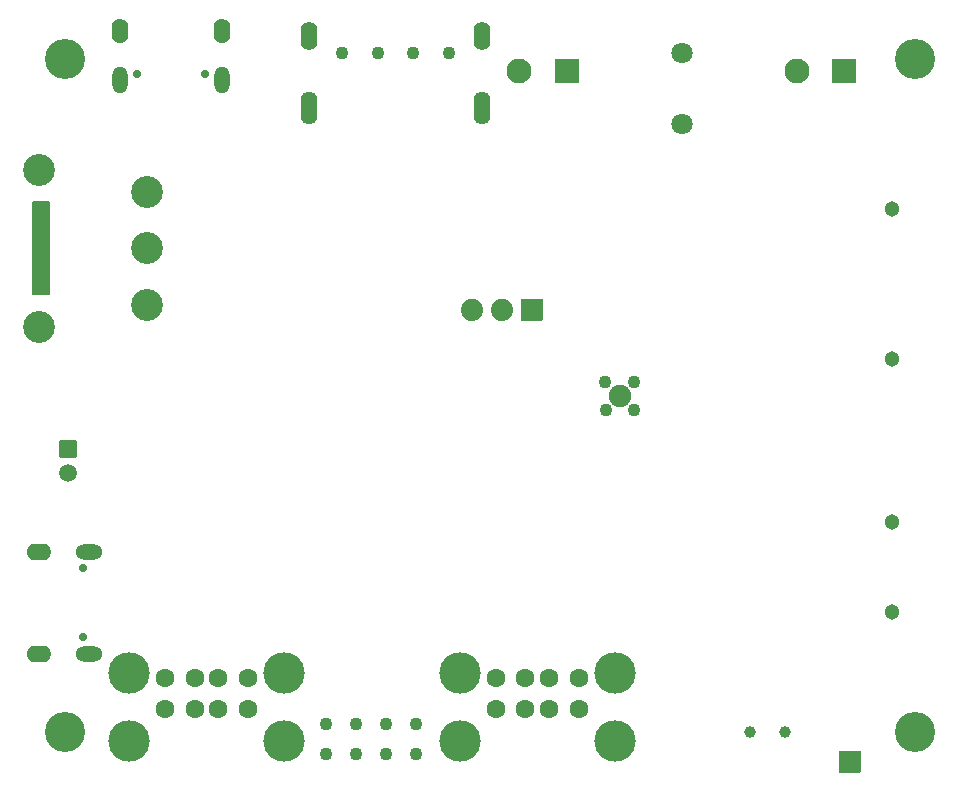
<source format=gbr>
%TF.GenerationSoftware,KiCad,Pcbnew,7.0.9-7.0.9~ubuntu22.04.1*%
%TF.CreationDate,2024-07-19T15:24:13+03:00*%
%TF.ProjectId,RP2040pc_Rev_B,52503230-3430-4706-935f-5265765f422e,B*%
%TF.SameCoordinates,PX68e7780PY7735940*%
%TF.FileFunction,Soldermask,Bot*%
%TF.FilePolarity,Negative*%
%FSLAX46Y46*%
G04 Gerber Fmt 4.6, Leading zero omitted, Abs format (unit mm)*
G04 Created by KiCad (PCBNEW 7.0.9-7.0.9~ubuntu22.04.1) date 2024-07-19 15:24:13*
%MOMM*%
%LPD*%
G01*
G04 APERTURE LIST*
G04 Aperture macros list*
%AMRoundRect*
0 Rectangle with rounded corners*
0 $1 Rounding radius*
0 $2 $3 $4 $5 $6 $7 $8 $9 X,Y pos of 4 corners*
0 Add a 4 corners polygon primitive as box body*
4,1,4,$2,$3,$4,$5,$6,$7,$8,$9,$2,$3,0*
0 Add four circle primitives for the rounded corners*
1,1,$1+$1,$2,$3*
1,1,$1+$1,$4,$5*
1,1,$1+$1,$6,$7*
1,1,$1+$1,$8,$9*
0 Add four rect primitives between the rounded corners*
20,1,$1+$1,$2,$3,$4,$5,0*
20,1,$1+$1,$4,$5,$6,$7,0*
20,1,$1+$1,$6,$7,$8,$9,0*
20,1,$1+$1,$8,$9,$2,$3,0*%
G04 Aperture macros list end*
%ADD10C,3.401601*%
%ADD11C,1.801600*%
%ADD12C,1.101600*%
%ADD13C,1.901600*%
%ADD14RoundRect,0.050800X0.889000X0.889000X-0.889000X0.889000X-0.889000X-0.889000X0.889000X-0.889000X0*%
%ADD15C,1.879600*%
%ADD16O,1.401600X2.401600*%
%ADD17O,1.401600X2.801600*%
%ADD18RoundRect,0.050800X1.000000X1.000000X-1.000000X1.000000X-1.000000X-1.000000X1.000000X-1.000000X0*%
%ADD19C,2.101600*%
%ADD20C,3.501600*%
%ADD21C,1.601600*%
%ADD22C,2.701600*%
%ADD23C,1.301600*%
%ADD24RoundRect,0.050800X-0.889000X0.889000X-0.889000X-0.889000X0.889000X-0.889000X0.889000X0.889000X0*%
%ADD25C,1.001600*%
%ADD26C,0.701600*%
%ADD27O,2.301600X1.301600*%
%ADD28O,2.101600X1.401600*%
%ADD29RoundRect,0.050800X-0.700000X0.700000X-0.700000X-0.700000X0.700000X-0.700000X0.700000X0.700000X0*%
%ADD30C,1.501600*%
%ADD31O,1.301600X2.301600*%
%ADD32O,1.401600X2.101600*%
G04 APERTURE END LIST*
D10*
X4000000Y4000000D03*
X76000000Y61000000D03*
D11*
X56250000Y61500000D03*
X56250000Y55500000D03*
D10*
X76000000Y4000000D03*
D12*
X52200000Y31300000D03*
X52200000Y33700000D03*
D13*
X51000000Y32500000D03*
D12*
X49800000Y31300000D03*
X49730000Y33700000D03*
D10*
X4000000Y61000000D03*
D14*
X43548000Y39750000D03*
D15*
X41008000Y39750000D03*
X38468000Y39750000D03*
D16*
X24700000Y62950000D03*
D17*
X24700000Y56900000D03*
D16*
X39300000Y62950000D03*
D17*
X39300000Y56900000D03*
D18*
X46500000Y60000000D03*
D19*
X42500000Y60000000D03*
D20*
X9430000Y9000000D03*
X9430000Y3300000D03*
X22570000Y9000000D03*
X22570000Y3300000D03*
D21*
X12500000Y8620000D03*
X15000000Y8620000D03*
X17000000Y8620000D03*
X19500000Y8620000D03*
X12500000Y6000000D03*
X15000000Y6000000D03*
X17000000Y6000000D03*
X19500000Y6000000D03*
D22*
X1800000Y38350000D03*
X1800000Y51650000D03*
X11000000Y40200000D03*
X11000000Y45000000D03*
X11000000Y49800000D03*
D23*
X74000000Y48350000D03*
X74000000Y35650000D03*
D20*
X37430000Y9000000D03*
X37430000Y3300000D03*
X50570000Y9000000D03*
X50570000Y3300000D03*
D21*
X40500000Y8620000D03*
X43000000Y8620000D03*
X45000000Y8620000D03*
X47500000Y8620000D03*
X40500000Y6000000D03*
X43000000Y6000000D03*
X45000000Y6000000D03*
X47500000Y6000000D03*
D23*
X74000000Y21810000D03*
X74000000Y14190000D03*
D24*
X70500000Y1500000D03*
D25*
X62000000Y4000000D03*
X65000000Y4000000D03*
D26*
X5530000Y12110000D03*
X5530000Y17890000D03*
D27*
X6030000Y10680000D03*
X6030000Y19320000D03*
D28*
X1850000Y10680000D03*
X1850000Y19320000D03*
D29*
X4285680Y28028700D03*
D30*
X4288220Y25999240D03*
D26*
X10110000Y59720000D03*
X15890000Y59720000D03*
D31*
X8680000Y59220000D03*
X17320000Y59220000D03*
D32*
X8680000Y63400000D03*
X17320000Y63400000D03*
D18*
X70000000Y60000000D03*
D19*
X66000000Y60000000D03*
D12*
X27500000Y61500000D03*
X33500000Y61500000D03*
X30500000Y61500000D03*
X36500000Y61500000D03*
X31224000Y4731000D03*
X33764000Y4731000D03*
X28684000Y2191000D03*
X28684000Y4731000D03*
X33764000Y2191000D03*
X31224000Y2191000D03*
X26144000Y2191000D03*
X26144000Y4731000D03*
G36*
X2692121Y48979998D02*
G01*
X2738614Y48926342D01*
X2750000Y48874000D01*
X2750000Y41126000D01*
X2729998Y41057879D01*
X2676342Y41011386D01*
X2624000Y41000000D01*
X1376000Y41000000D01*
X1307879Y41020002D01*
X1261386Y41073658D01*
X1250000Y41126000D01*
X1250000Y48874000D01*
X1270002Y48942121D01*
X1323658Y48988614D01*
X1376000Y49000000D01*
X2624000Y49000000D01*
X2692121Y48979998D01*
G37*
M02*

</source>
